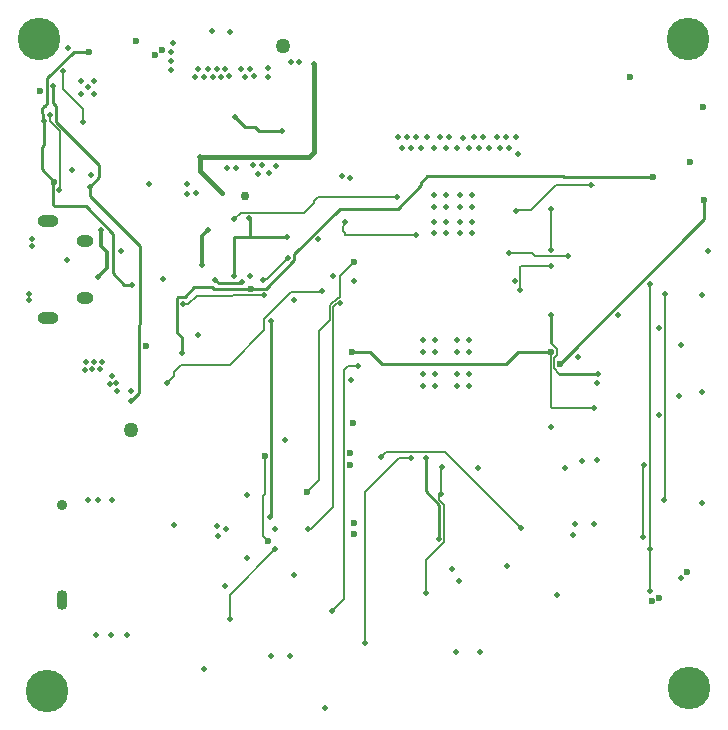
<source format=gbl>
G04*
G04 #@! TF.GenerationSoftware,Altium Limited,Altium Designer,23.8.1 (32)*
G04*
G04 Layer_Physical_Order=4*
G04 Layer_Color=16711680*
%FSLAX44Y44*%
%MOMM*%
G71*
G04*
G04 #@! TF.SameCoordinates,271CB4FA-4F0A-43F9-8DEE-C87A6A24424C*
G04*
G04*
G04 #@! TF.FilePolarity,Positive*
G04*
G01*
G75*
%ADD13C,0.1270*%
%ADD35C,1.2700*%
%ADD103C,0.5000*%
%ADD113C,0.2540*%
%ADD116C,0.3810*%
%ADD118C,0.3341*%
%ADD123C,0.9000*%
%ADD124O,0.9000X1.7000*%
%ADD125O,1.4600X1.0000*%
%ADD126O,1.8000X1.0000*%
%ADD127C,3.6000*%
%ADD128C,0.7620*%
%ADD129C,0.6000*%
D13*
X283548Y420666D02*
X284261Y421380D01*
X282361Y417306D02*
X283548Y418493D01*
X282361Y413657D02*
X284261Y411756D01*
X282361Y413657D02*
Y417306D01*
X284261Y410412D02*
Y411756D01*
Y410412D02*
X344170D01*
X283548Y418493D02*
Y420666D01*
X42536Y449099D02*
Y498516D01*
X42083Y448646D02*
X42536Y449099D01*
X33990Y507062D02*
X42536Y498516D01*
X146569Y352026D02*
X151594D01*
X158415Y358847D01*
X188796D01*
X189638Y359689D02*
X215244D01*
X188796Y358847D02*
X189638Y359689D01*
X215244D02*
X215379Y359554D01*
X352331Y107505D02*
Y134755D01*
X368236Y150660D01*
X492475Y452643D02*
X494579D01*
X463128D02*
X492475D01*
X186381Y300226D02*
X215900Y329745D01*
X139717Y294508D02*
X145436Y300226D01*
X186381D01*
X139717Y291150D02*
Y294508D01*
X133285Y284717D02*
X139717Y291150D01*
X215975Y190671D02*
Y222946D01*
X214273Y188968D02*
X215975Y190671D01*
X214273Y155656D02*
Y188968D01*
Y155656D02*
X219129Y150800D01*
X429163Y431488D02*
X441973D01*
X463128Y452643D01*
X283371Y101818D02*
Y296093D01*
X273479Y91926D02*
X283371Y101818D01*
X300831Y192456D02*
X329702Y221327D01*
X300831Y65223D02*
Y192456D01*
X363831Y186186D02*
Y190859D01*
X45380Y534035D02*
Y548949D01*
X33990Y507062D02*
Y511921D01*
X34172Y512102D01*
X444819Y392442D02*
X473174D01*
X473196Y392464D01*
X423023Y394673D02*
X442589D01*
X444819Y392442D01*
X214719Y372025D02*
X215360Y372667D01*
X217767D01*
X235855Y390755D01*
X195744Y429285D02*
X249738D01*
X190035Y423575D02*
X195744Y429285D01*
X249738D02*
X257749Y437295D01*
X261525Y442510D02*
X327831D01*
X257749Y438734D02*
X261525Y442510D01*
X257749Y437295D02*
Y438734D01*
X263332Y361630D02*
X264736Y363034D01*
X238440Y361630D02*
X263332D01*
X215900Y339090D02*
X238440Y361630D01*
X215900Y329745D02*
Y339090D01*
X279156Y357315D02*
X279900Y358059D01*
X273910Y179930D02*
Y349158D01*
X271370Y338179D02*
Y350638D01*
X278047Y357315D02*
X279156D01*
X273910Y349158D02*
X277662Y352910D01*
X271370Y350638D02*
X278047Y357315D01*
X279900Y358059D02*
Y375456D01*
X291463Y387019D01*
X314962Y222076D02*
X319033Y226147D01*
X369148D01*
X433021Y162274D01*
X536829Y154762D02*
Y215142D01*
X537079Y215392D01*
X432276Y363976D02*
Y383137D01*
X433021Y383881D01*
X458330D01*
X541470Y367030D02*
X542345Y366155D01*
Y109052D02*
Y144790D01*
Y366155D01*
X458740Y432394D02*
X458848Y432502D01*
X458632Y397839D02*
X458740Y397947D01*
Y432394D01*
X428492Y430817D02*
X429163Y431488D01*
X460870Y297257D02*
X465498Y292630D01*
X460870Y297257D02*
Y303365D01*
X458330Y264371D02*
Y304417D01*
Y264371D02*
X459214Y263488D01*
X461010Y306014D02*
X464010Y309014D01*
X461010Y303505D02*
Y306014D01*
X460870Y303365D02*
X461010Y303505D01*
X458330Y304417D02*
X458470Y304557D01*
Y311488D01*
X459214Y263488D02*
X495021D01*
X464010Y309014D02*
Y313783D01*
X186594Y85465D02*
Y105695D01*
X225233Y144334D01*
X286766Y299488D02*
X294981D01*
X283371Y296093D02*
X286766Y299488D01*
X329702Y221327D02*
X339831D01*
X363831Y186186D02*
X368236Y181781D01*
Y150660D02*
Y181781D01*
X363831Y190859D02*
X365556D01*
X255454Y161474D02*
X273910Y179930D01*
X261999Y328807D02*
X271370Y338179D01*
X458848Y318945D02*
X464010Y313783D01*
X261999Y202735D02*
Y328807D01*
X252006Y192743D02*
X261999Y202735D01*
X554420Y186270D02*
X554990Y186840D01*
Y359373D01*
X252579Y161474D02*
X255454D01*
X365556Y190859D02*
Y213825D01*
X365831Y214100D01*
X536579Y154512D02*
X536829Y154762D01*
X542345Y109052D02*
X542675Y108722D01*
X45380Y534035D02*
X62603Y516812D01*
Y506038D02*
Y516812D01*
D35*
X102878Y245110D02*
D03*
X231758Y570128D02*
D03*
D103*
X396859Y212816D02*
D03*
X261017Y406821D02*
D03*
X221264Y54178D02*
D03*
X369490Y433734D02*
D03*
X359490D02*
D03*
X369490Y443734D02*
D03*
X359490D02*
D03*
X391309Y433734D02*
D03*
X381309D02*
D03*
X391309Y443734D02*
D03*
X381309D02*
D03*
X369490Y411560D02*
D03*
X359490D02*
D03*
X369490Y421560D02*
D03*
X359490D02*
D03*
X391309Y411560D02*
D03*
X381309D02*
D03*
X391309Y421560D02*
D03*
X381309D02*
D03*
X360016Y311179D02*
D03*
X350016D02*
D03*
X360016Y321179D02*
D03*
X350016D02*
D03*
X389251Y311179D02*
D03*
X379251D02*
D03*
X389251Y321179D02*
D03*
X379251D02*
D03*
X389251Y282630D02*
D03*
X379251D02*
D03*
X389251Y292630D02*
D03*
X379251D02*
D03*
X360016Y282630D02*
D03*
X350016D02*
D03*
X360016Y292630D02*
D03*
X350016D02*
D03*
X423023Y483760D02*
D03*
X415290Y484110D02*
D03*
X406400D02*
D03*
X397510D02*
D03*
X389251Y483760D02*
D03*
X379251Y483897D02*
D03*
X369490Y484110D02*
D03*
X359410D02*
D03*
X348528D02*
D03*
X339831Y483760D02*
D03*
X332740Y484110D02*
D03*
X429163Y492814D02*
D03*
X420467D02*
D03*
X412750D02*
D03*
X401320D02*
D03*
X393700D02*
D03*
X384251Y492760D02*
D03*
X372285Y492814D02*
D03*
X364490D02*
D03*
X353939D02*
D03*
X344170D02*
D03*
X336550D02*
D03*
X328692D02*
D03*
X63791Y296093D02*
D03*
X64407Y302921D02*
D03*
X70065Y296658D02*
D03*
X71704Y303075D02*
D03*
X78604Y302921D02*
D03*
X76492Y296658D02*
D03*
X91224Y277913D02*
D03*
X102878Y278206D02*
D03*
X86922Y290715D02*
D03*
X136930Y550196D02*
D03*
X136904Y557715D02*
D03*
Y565611D02*
D03*
X138349Y572650D02*
D03*
X245149Y557055D02*
D03*
X186789Y581802D02*
D03*
X219020Y544396D02*
D03*
X207164Y544606D02*
D03*
X199677Y544396D02*
D03*
X185650Y544734D02*
D03*
X179041Y544396D02*
D03*
X172031D02*
D03*
X164642D02*
D03*
X157450Y544023D02*
D03*
X238101Y556605D02*
D03*
X219014Y551821D02*
D03*
X203509Y550830D02*
D03*
X195994Y550488D02*
D03*
X182829Y550830D02*
D03*
X175650D02*
D03*
X168305D02*
D03*
X159483D02*
D03*
X42083Y448646D02*
D03*
X52814Y464998D02*
D03*
X48482Y388810D02*
D03*
X146569Y352026D02*
D03*
X71396Y540488D02*
D03*
X60812D02*
D03*
X66104Y535196D02*
D03*
X60812Y529904D02*
D03*
X71396D02*
D03*
X203706Y375128D02*
D03*
X197228Y370781D02*
D03*
X77645Y414128D02*
D03*
X66334Y185803D02*
D03*
X103422Y368063D02*
D03*
X74863Y374723D02*
D03*
X186594Y85465D02*
D03*
X138988Y164717D02*
D03*
X182274Y112940D02*
D03*
X28911Y506641D02*
D03*
X463512Y105507D02*
D03*
X352331Y107505D02*
D03*
X497510Y219398D02*
D03*
X514981Y342119D02*
D03*
X470321Y212654D02*
D03*
X586740Y277055D02*
D03*
X257452Y555017D02*
D03*
X180155Y445450D02*
D03*
X164481Y42794D02*
D03*
X497842Y284948D02*
D03*
X129686Y373316D02*
D03*
X175457Y164003D02*
D03*
X224944Y161131D02*
D03*
X133285Y284717D02*
D03*
X300831Y65223D02*
D03*
X378273Y56851D02*
D03*
X398519D02*
D03*
X49527Y568895D02*
D03*
X45380Y548949D02*
D03*
X36775Y536194D02*
D03*
X34172Y512102D02*
D03*
X492475Y452643D02*
D03*
X591312Y396903D02*
D03*
X473196Y392464D02*
D03*
X146513Y310727D02*
D03*
X233431Y236464D02*
D03*
X423023Y394673D02*
D03*
X94420Y396919D02*
D03*
X235855Y390755D02*
D03*
X214719Y372025D02*
D03*
X190035Y423575D02*
D03*
X281300Y459839D02*
D03*
X203165Y424880D02*
D03*
X327831Y442510D02*
D03*
X284261Y421380D02*
D03*
X215379Y359554D02*
D03*
X190035Y375683D02*
D03*
X235099Y408223D02*
D03*
X264736Y363034D02*
D03*
X279872Y352910D02*
D03*
X273910Y375456D02*
D03*
X240799Y355125D02*
D03*
X221516Y337215D02*
D03*
X344170Y410412D02*
D03*
X173664Y372025D02*
D03*
X168466Y414215D02*
D03*
X163403Y384580D02*
D03*
X291463Y371488D02*
D03*
X159877Y325465D02*
D03*
X433021Y162274D02*
D03*
X230640Y498552D02*
D03*
X171501Y582969D02*
D03*
X537079Y215392D02*
D03*
X432276Y363976D02*
D03*
X458330Y383881D02*
D03*
X481427Y307125D02*
D03*
X542031Y369090D02*
D03*
X427872Y371488D02*
D03*
X477481Y155910D02*
D03*
X18791Y407260D02*
D03*
X18871Y401130D02*
D03*
X16791Y354835D02*
D03*
Y360630D02*
D03*
X458632Y397839D02*
D03*
X458848Y432502D02*
D03*
X428492Y430817D02*
D03*
X190650Y510096D02*
D03*
X102878Y269437D02*
D03*
X237430Y53793D02*
D03*
X430426Y478816D02*
D03*
X458632Y342102D02*
D03*
X495021Y263488D02*
D03*
X225233Y144334D02*
D03*
X201329Y136880D02*
D03*
Y190220D02*
D03*
X161107Y476677D02*
D03*
X99526Y71490D02*
D03*
X72971D02*
D03*
X85713D02*
D03*
X74592Y186050D02*
D03*
X86457D02*
D03*
X184150Y466852D02*
D03*
X192150D02*
D03*
X118324Y453387D02*
D03*
X158362Y445450D02*
D03*
X149980Y445196D02*
D03*
Y453735D02*
D03*
X214150Y469506D02*
D03*
X219720Y462618D02*
D03*
X288266Y458453D02*
D03*
X225285Y469025D02*
D03*
X210734Y462102D02*
D03*
X205907Y469138D02*
D03*
X294981Y299488D02*
D03*
X339831Y221327D02*
D03*
X84960Y284480D02*
D03*
X90372Y284717D02*
D03*
X498420Y292630D02*
D03*
X494774Y165862D02*
D03*
X478870Y165692D02*
D03*
X420887Y129829D02*
D03*
X375087Y127362D02*
D03*
X484614Y218694D02*
D03*
X380811Y117532D02*
D03*
X568555Y119742D02*
D03*
X314962Y222076D02*
D03*
X352331Y221742D02*
D03*
X365556Y190859D02*
D03*
X363831Y152484D02*
D03*
X365831Y214100D02*
D03*
X221033Y171261D02*
D03*
X536579Y154512D02*
D03*
X542675Y108722D02*
D03*
X542345Y144790D02*
D03*
X182968Y161503D02*
D03*
X554990Y360680D02*
D03*
X554420Y186270D02*
D03*
X586727Y183277D02*
D03*
X586740Y359488D02*
D03*
X273479Y91926D02*
D03*
X68698Y461352D02*
D03*
X67817Y450553D02*
D03*
X289301Y287488D02*
D03*
X252682Y161577D02*
D03*
X62603Y506038D02*
D03*
X176579Y155402D02*
D03*
X267340Y10132D02*
D03*
X241344Y122577D02*
D03*
X568555Y317046D02*
D03*
X458470Y247650D02*
D03*
X566700Y273930D02*
D03*
X549910Y331123D02*
D03*
X550361Y257430D02*
D03*
D113*
X279572Y432504D02*
X328692D01*
X240895Y388667D02*
Y393827D01*
X279572Y432504D01*
X204767Y364594D02*
X216821D01*
X172947D02*
X204767D01*
X216821D02*
X240895Y388667D01*
X37043Y435981D02*
X38531Y434494D01*
X37043Y435981D02*
Y456102D01*
X37631Y455514D01*
X27381Y465765D02*
X37043Y456102D01*
X141529Y356557D02*
X143017Y358045D01*
X148353D01*
X156572Y366264D01*
X171278D01*
X141529Y328209D02*
Y356557D01*
X146513Y310727D02*
Y323225D01*
X141529Y328209D02*
X146513Y323225D01*
X195074Y369292D02*
X196562Y370781D01*
X177063Y369292D02*
X195074D01*
X171278Y366264D02*
X172947Y364594D01*
X173664Y372025D02*
X174330D01*
X196562Y370781D02*
X197228D01*
X174330Y372025D02*
X177063Y369292D01*
X110469Y334726D02*
Y400551D01*
X67817Y443203D02*
Y450553D01*
Y443203D02*
X110469Y400551D01*
X87419Y377971D02*
Y411481D01*
X64407Y434494D02*
X87419Y411481D01*
X109615Y333872D02*
X110469Y334726D01*
X102878Y269437D02*
X109615Y276173D01*
Y333872D01*
X87419Y377971D02*
X97327Y368063D01*
X103422D01*
X27381Y513918D02*
Y517260D01*
Y513918D02*
X28441Y512858D01*
X28911Y486636D02*
Y506641D01*
X27381Y485105D02*
X28911Y486636D01*
X28441Y507112D02*
Y512858D01*
Y507112D02*
X28911Y506641D01*
X27381Y465765D02*
Y485105D01*
X38531Y434494D02*
X64407D01*
X465775Y301334D02*
X584661Y420219D01*
X586740Y422298D02*
X588281Y423839D01*
Y440182D01*
X584661Y420219D02*
X586740Y422298D01*
X353939Y460061D02*
X468686D01*
X348528Y452340D02*
Y454650D01*
X353939Y460061D01*
X469411Y459337D02*
X544970D01*
X468686Y460061D02*
X469411Y459337D01*
X54428Y565611D02*
X67723D01*
X31735Y542918D02*
X54428Y565611D01*
X29819Y519699D02*
X31735Y521614D01*
Y542918D01*
X36775Y522148D02*
Y536194D01*
X39212Y506331D02*
Y519711D01*
Y506331D02*
X76200Y469342D01*
X36775Y522148D02*
X39212Y519711D01*
X27381Y517260D02*
X29640Y519519D01*
X221033Y171261D02*
X221504Y171732D01*
Y174333D02*
X221516Y174345D01*
Y337215D01*
X221504Y171732D02*
Y174333D01*
X203165Y424880D02*
X203509Y424535D01*
Y408272D02*
Y424535D01*
Y408272D02*
X235099D01*
X190035D02*
X203509D01*
X328692Y432504D02*
X348528Y452340D01*
X190035Y375683D02*
Y408272D01*
X208169Y501593D02*
X211210Y498552D01*
X230640D01*
X199153Y501593D02*
X208169D01*
X190650Y510096D02*
X199153Y501593D01*
X458848Y318945D02*
Y341886D01*
X458632Y342102D02*
X458848Y341886D01*
X465498Y292630D02*
X498420D01*
X315831Y301334D02*
X420467D01*
X290016Y311123D02*
Y311488D01*
X305677D01*
X315831Y301334D01*
X420467D02*
X430622Y311488D01*
X458470D01*
X352331Y193196D02*
Y221742D01*
X363831Y152484D02*
Y181696D01*
X352331Y193196D02*
X363831Y181696D01*
X67817Y450553D02*
X76200Y458936D01*
Y469342D01*
D116*
X161107Y464498D02*
X180155Y445450D01*
X161107Y464498D02*
Y476677D01*
X253510D02*
X257452Y480620D01*
Y555017D01*
X161107Y476677D02*
X253510D01*
D118*
X77645Y400939D02*
Y414128D01*
Y400939D02*
X82492Y396092D01*
Y382352D02*
Y396092D01*
X74863Y374723D02*
X82492Y382352D01*
X163403Y384580D02*
Y409152D01*
X168466Y414215D01*
D123*
X44565Y181516D02*
D03*
D124*
Y101516D02*
D03*
D125*
X63791Y356976D02*
D03*
Y405476D02*
D03*
D126*
X32991Y340226D02*
D03*
Y422226D02*
D03*
D127*
X24701Y576475D02*
D03*
X31463Y23875D02*
D03*
X575540Y26964D02*
D03*
X574257Y576580D02*
D03*
D128*
X199267Y443488D02*
D03*
D129*
X37631Y455514D02*
D03*
X204767Y364594D02*
D03*
X115985Y316179D02*
D03*
X26195Y531780D02*
D03*
X106778Y574690D02*
D03*
X215975Y222946D02*
D03*
X550361Y102797D02*
D03*
X67723Y565611D02*
D03*
X122969Y562625D02*
D03*
X129285Y567070D02*
D03*
X544970Y459337D02*
D03*
X525412Y543732D02*
D03*
X588281Y440182D02*
D03*
X575861Y472224D02*
D03*
X291463Y387019D02*
D03*
X465775Y301334D02*
D03*
X587201Y518950D02*
D03*
X544374Y100653D02*
D03*
X573635Y124822D02*
D03*
X219129Y150800D02*
D03*
X290016Y311488D02*
D03*
X458470D02*
D03*
X288276Y215772D02*
D03*
Y225678D02*
D03*
X291463Y157416D02*
D03*
Y166050D02*
D03*
X252006Y192743D02*
D03*
X290817Y251488D02*
D03*
M02*

</source>
